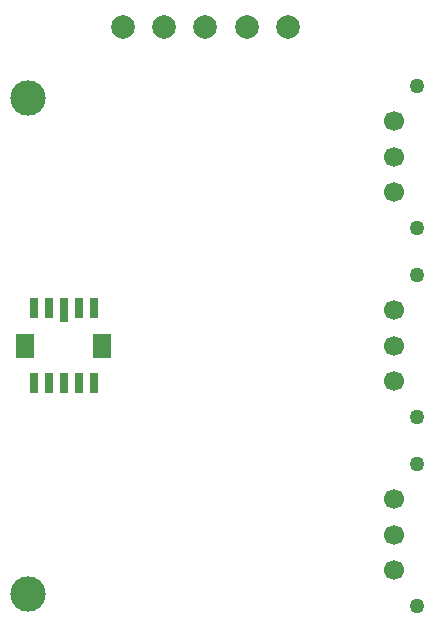
<source format=gbs>
%TF.GenerationSoftware,KiCad,Pcbnew,7.0.9*%
%TF.CreationDate,2023-11-28T01:13:51-06:00*%
%TF.ProjectId,Telemetry-Peripheral-SOM-Daughterboard-IMU,54656c65-6d65-4747-9279-2d5065726970,rev?*%
%TF.SameCoordinates,Original*%
%TF.FileFunction,Soldermask,Bot*%
%TF.FilePolarity,Negative*%
%FSLAX46Y46*%
G04 Gerber Fmt 4.6, Leading zero omitted, Abs format (unit mm)*
G04 Created by KiCad (PCBNEW 7.0.9) date 2023-11-28 01:13:51*
%MOMM*%
%LPD*%
G01*
G04 APERTURE LIST*
%ADD10C,1.270000*%
%ADD11C,1.700000*%
%ADD12C,2.000000*%
%ADD13C,3.000000*%
%ADD14R,0.800000X1.800000*%
%ADD15R,0.800000X2.100000*%
%ADD16R,1.550000X2.000000*%
G04 APERTURE END LIST*
D10*
%TO.C,J4*%
X182960000Y-85000000D03*
X182960000Y-97000000D03*
D11*
X181000000Y-88000000D03*
X181000000Y-91000000D03*
X181000000Y-94000000D03*
%TD*%
D10*
%TO.C,J3*%
X182960000Y-69000000D03*
X182960000Y-81000000D03*
D11*
X181000000Y-72000000D03*
X181000000Y-75000000D03*
X181000000Y-78000000D03*
%TD*%
D12*
%TO.C,Airflow_SDA*%
X158000000Y-64000000D03*
%TD*%
%TO.C,Temp1*%
X161500000Y-64000000D03*
%TD*%
%TO.C,Temp3*%
X168500000Y-64000000D03*
%TD*%
D13*
%TO.C,MH2*%
X150000000Y-112000000D03*
%TD*%
D12*
%TO.C,Airflow_SCL*%
X165000000Y-64000000D03*
%TD*%
D13*
%TO.C,MH1*%
X150000000Y-70000000D03*
%TD*%
D10*
%TO.C,J2*%
X182960000Y-101000000D03*
X182960000Y-113000000D03*
D11*
X181000000Y-104000000D03*
X181000000Y-107000000D03*
X181000000Y-110000000D03*
%TD*%
D12*
%TO.C,Temp2*%
X172000000Y-64000000D03*
%TD*%
D14*
%TO.C,IC1*%
X150460000Y-87800000D03*
X151730000Y-87800000D03*
D15*
X153000000Y-87950000D03*
D14*
X154270000Y-87800000D03*
X155540000Y-87800000D03*
X155540000Y-94200000D03*
X154270000Y-94200000D03*
X153000000Y-94200000D03*
X151730000Y-94200000D03*
X150460000Y-94200000D03*
D16*
X149775000Y-91000000D03*
X156225000Y-91000000D03*
%TD*%
M02*

</source>
